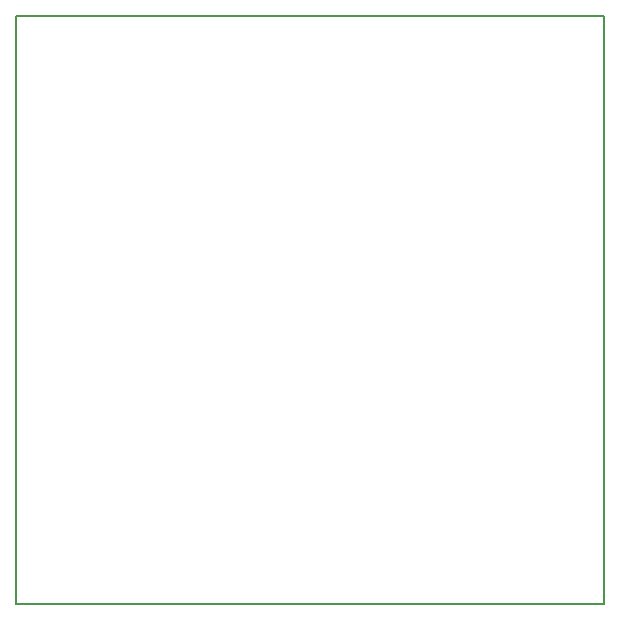
<source format=gbo>
G04 MADE WITH FRITZING*
G04 WWW.FRITZING.ORG*
G04 DOUBLE SIDED*
G04 HOLES PLATED*
G04 CONTOUR ON CENTER OF CONTOUR VECTOR*
%ASAXBY*%
%FSLAX23Y23*%
%MOIN*%
%OFA0B0*%
%SFA1.0B1.0*%
%ADD10R,1.968500X1.968500X1.952500X1.952500*%
%ADD11C,0.008000*%
%LNSILK0*%
G90*
G70*
G54D11*
X4Y1965D02*
X1965Y1965D01*
X1965Y4D01*
X4Y4D01*
X4Y1965D01*
D02*
G04 End of Silk0*
M02*
</source>
